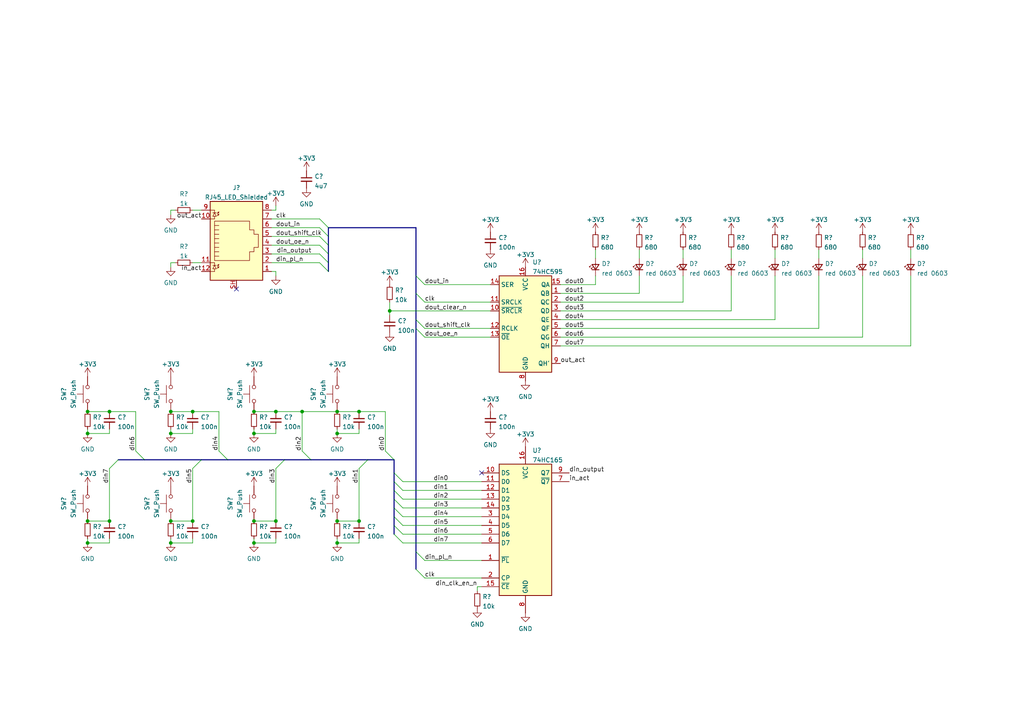
<source format=kicad_sch>
(kicad_sch (version 20211123) (generator eeschema)
  (paper "A4")
  (lib_symbols
    (symbol "74xx:74HC165"
      (property "Reference" "U" (at -7.62 19.05 0))
      (property "Value" "74HC165" (at -7.62 -21.59 0))
      (symbol "74HC165_1_0"
        (pin input line (at -12.7 -10.16 0) (length 5.08) (name "~{PL}") (number "1"))
        (pin input line (at -12.7 15.24 0) (length 5.08) (name "DS") (number "10"))
        (pin input line (at -12.7 12.7 0) (length 5.08) (name "D0") (number "11"))
        (pin input line (at -12.7 10.16 0) (length 5.08) (name "D1") (number "12"))
        (pin input line (at -12.7 7.62 0) (length 5.08) (name "D2") (number "13"))
        (pin input line (at -12.7 5.08 0) (length 5.08) (name "D3") (number "14"))
        (pin input line (at -12.7 -17.78 0) (length 5.08) (name "~{CE}") (number "15"))
        (pin power_in line (at 0 22.86 270) (length 5.08) (name "VCC") (number "16"))
        (pin input line (at -12.7 -15.24 0) (length 5.08) (name "CP") (number "2"))
        (pin input line (at -12.7 2.54 0) (length 5.08) (name "D4") (number "3"))
        (pin input line (at -12.7 0 0) (length 5.08) (name "D5") (number "4"))
        (pin input line (at -12.7 -2.54 0) (length 5.08) (name "D6") (number "5"))
        (pin input line (at -12.7 -5.08 0) (length 5.08) (name "D7") (number "6"))
        (pin output line (at 12.7 12.7 180) (length 5.08) (name "~{Q7}") (number "7"))
        (pin power_in line (at 0 -25.4 90) (length 5.08) (name "GND") (number "8"))
        (pin output line (at 12.7 15.24 180) (length 5.08) (name "Q7") (number "9"))
      )
      (symbol "74HC165_1_1"
        (rectangle (start -7.62 17.78) (end 7.62 -20.32) (stroke (width 0.254)) (fill (type background)))
      )
    )
    (symbol "74xx:74HC595"
      (property "Reference" "U" (at -7.62 13.97 0))
      (property "Value" "74HC595" (at -7.62 -16.51 0))
      (symbol "74HC595_1_0"
        (pin tri_state line (at 10.16 7.62 180) (length 2.54) (name "QB") (number "1"))
        (pin input line (at -10.16 2.54 0) (length 2.54) (name "~{SRCLR}") (number "10"))
        (pin input line (at -10.16 5.08 0) (length 2.54) (name "SRCLK") (number "11"))
        (pin input line (at -10.16 -2.54 0) (length 2.54) (name "RCLK") (number "12"))
        (pin input line (at -10.16 -5.08 0) (length 2.54) (name "~{OE}") (number "13"))
        (pin input line (at -10.16 10.16 0) (length 2.54) (name "SER") (number "14"))
        (pin tri_state line (at 10.16 10.16 180) (length 2.54) (name "QA") (number "15"))
        (pin power_in line (at 0 15.24 270) (length 2.54) (name "VCC") (number "16"))
        (pin tri_state line (at 10.16 5.08 180) (length 2.54) (name "QC") (number "2"))
        (pin tri_state line (at 10.16 2.54 180) (length 2.54) (name "QD") (number "3"))
        (pin tri_state line (at 10.16 0 180) (length 2.54) (name "QE") (number "4"))
        (pin tri_state line (at 10.16 -2.54 180) (length 2.54) (name "QF") (number "5"))
        (pin tri_state line (at 10.16 -5.08 180) (length 2.54) (name "QG") (number "6"))
        (pin tri_state line (at 10.16 -7.62 180) (length 2.54) (name "QH") (number "7"))
        (pin power_in line (at 0 -17.78 90) (length 2.54) (name "GND") (number "8"))
        (pin output line (at 10.16 -12.7 180) (length 2.54) (name "QH'") (number "9"))
      )
      (symbol "74HC595_1_1"
        (rectangle (start -7.62 12.7) (end 7.62 -15.24) (stroke (width 0.254)) (fill (type background)))
      )
    )
    (symbol "Connector:RJ45_LED_Shielded" (pin_names (offset 1.016))
      (property "Reference" "J" (at -5.08 13.97 0))
      (property "Value" "RJ45_LED_Shielded" (at 1.27 13.97 0))
      (symbol "RJ45_LED_Shielded_0_1"
        (polyline (pts (xy -7.62 -7.62) (xy -6.35 -7.62)))
        (polyline (pts (xy -7.62 -5.08) (xy -6.35 -5.08)))
        (polyline (pts (xy -7.62 7.62) (xy -6.35 7.62)))
        (polyline (pts (xy -7.62 10.16) (xy -6.35 10.16)))
        (polyline (pts (xy -6.858 -5.842) (xy -5.842 -5.842)))
        (polyline (pts (xy -6.858 9.398) (xy -5.842 9.398)))
        (polyline (pts (xy -6.35 -7.62) (xy -6.35 -6.858)))
        (polyline (pts (xy -6.35 -5.08) (xy -6.35 -5.842)))
        (polyline (pts (xy -6.35 7.62) (xy -6.35 8.382)))
        (polyline (pts (xy -6.35 10.16) (xy -6.35 9.398)))
        (polyline (pts (xy -5.08 -6.223) (xy -5.207 -6.604)))
        (polyline (pts (xy -5.08 -5.588) (xy -5.207 -5.969)))
        (polyline (pts (xy -5.08 4.445) (xy -6.35 4.445)))
        (polyline (pts (xy -5.08 5.715) (xy -6.35 5.715)))
        (polyline (pts (xy -5.08 9.017) (xy -5.207 8.636)))
        (polyline (pts (xy -5.08 9.652) (xy -5.207 9.271)))
        (polyline (pts (xy -6.35 -3.175) (xy -5.08 -3.175) (xy -5.08 -3.175)))
        (polyline (pts (xy -6.35 -1.905) (xy -5.08 -1.905) (xy -5.08 -1.905)))
        (polyline (pts (xy -6.35 -0.635) (xy -5.08 -0.635) (xy -5.08 -0.635)))
        (polyline (pts (xy -6.35 0.635) (xy -5.08 0.635) (xy -5.08 0.635)))
        (polyline (pts (xy -6.35 1.905) (xy -5.08 1.905) (xy -5.08 1.905)))
        (polyline (pts (xy -5.588 -6.731) (xy -5.08 -6.223) (xy -5.461 -6.35)))
        (polyline (pts (xy -5.588 -6.096) (xy -5.08 -5.588) (xy -5.461 -5.715)))
        (polyline (pts (xy -5.588 8.509) (xy -5.08 9.017) (xy -5.461 8.89)))
        (polyline (pts (xy -5.588 9.144) (xy -5.08 9.652) (xy -5.461 9.525)))
        (polyline (pts (xy -5.08 3.175) (xy -6.35 3.175) (xy -6.35 3.175)))
        (polyline (pts (xy -6.35 -5.842) (xy -6.858 -6.858) (xy -5.842 -6.858) (xy -6.35 -5.842)))
        (polyline (pts (xy -6.35 9.398) (xy -6.858 8.382) (xy -5.842 8.382) (xy -6.35 9.398)))
        (polyline (pts (xy -6.35 -4.445) (xy -6.35 6.985) (xy 3.81 6.985) (xy 3.81 4.445) (xy 5.08 4.445) (xy 5.08 3.175) (xy 6.35 3.175) (xy 6.35 -0.635) (xy 5.08 -0.635) (xy 5.08 -1.905) (xy 3.81 -1.905) (xy 3.81 -4.445) (xy -6.35 -4.445) (xy -6.35 -4.445)))
        (rectangle (start 7.62 12.7) (end -7.62 -10.16) (stroke (width 0.254)) (fill (type background)))
      )
      (symbol "RJ45_LED_Shielded_1_1"
        (pin passive line (at 10.16 -7.62 180) (length 2.54) (name "~") (number "1"))
        (pin passive line (at -10.16 7.62 0) (length 2.54) (name "~") (number "10"))
        (pin passive line (at -10.16 -5.08 0) (length 2.54) (name "~") (number "11"))
        (pin passive line (at -10.16 -7.62 0) (length 2.54) (name "~") (number "12"))
        (pin passive line (at 10.16 -5.08 180) (length 2.54) (name "~") (number "2"))
        (pin passive line (at 10.16 -2.54 180) (length 2.54) (name "~") (number "3"))
        (pin passive line (at 10.16 0 180) (length 2.54) (name "~") (number "4"))
        (pin passive line (at 10.16 2.54 180) (length 2.54) (name "~") (number "5"))
        (pin passive line (at 10.16 5.08 180) (length 2.54) (name "~") (number "6"))
        (pin passive line (at 10.16 7.62 180) (length 2.54) (name "~") (number "7"))
        (pin passive line (at 10.16 10.16 180) (length 2.54) (name "~") (number "8"))
        (pin passive line (at -10.16 10.16 0) (length 2.54) (name "~") (number "9"))
        (pin passive line (at 0 -12.7 90) (length 2.54) (name "~") (number "SH"))
      )
    )
    (symbol "Device:C_Small" (pin_numbers hide) (pin_names (offset 0.254) hide)
      (property "Reference" "C" (at 0.254 1.778 0))
      (property "Value" "C_Small" (at 0.254 -2.032 0))
      (symbol "C_Small_0_1"
        (polyline (pts (xy -1.524 -0.508) (xy 1.524 -0.508)) (stroke (width 0.3302)))
        (polyline (pts (xy -1.524 0.508) (xy 1.524 0.508)) (stroke (width 0.3048)))
      )
      (symbol "C_Small_1_1"
        (pin passive line (at 0 2.54 270) (length 2.032) (name "~") (number "1"))
        (pin passive line (at 0 -2.54 90) (length 2.032) (name "~") (number "2"))
      )
    )
    (symbol "Device:LED_Small" (pin_numbers hide) (pin_names (offset 0.254) hide)
      (property "Reference" "D" (at -1.27 3.175 0))
      (property "Value" "LED_Small" (at -4.445 -2.54 0))
      (symbol "LED_Small_0_1"
        (polyline (pts (xy -0.762 -1.016) (xy -0.762 1.016)) (stroke (width 0.254)))
        (polyline (pts (xy 1.016 0) (xy -0.762 0)))
        (polyline (pts (xy 0.762 -1.016) (xy -0.762 0) (xy 0.762 1.016) (xy 0.762 -1.016)) (stroke (width 0.254)))
        (polyline (pts (xy 0 0.762) (xy -0.508 1.27) (xy -0.254 1.27) (xy -0.508 1.27) (xy -0.508 1.016)))
        (polyline (pts (xy 0.508 1.27) (xy 0 1.778) (xy 0.254 1.778) (xy 0 1.778) (xy 0 1.524)))
      )
      (symbol "LED_Small_1_1"
        (pin passive line (at -2.54 0 0) (length 1.778) (name "K") (number "1"))
        (pin passive line (at 2.54 0 180) (length 1.778) (name "A") (number "2"))
      )
    )
    (symbol "Device:R_Small" (pin_numbers hide) (pin_names (offset 0.254) hide)
      (property "Reference" "R" (at 0.762 0.508 0))
      (property "Value" "R_Small" (at 0.762 -1.016 0))
      (symbol "R_Small_0_1"
        (rectangle (start -0.762 1.778) (end 0.762 -1.778) (stroke (width 0.2032)))
      )
      (symbol "R_Small_1_1"
        (pin passive line (at 0 2.54 270) (length 0.762) (name "~") (number "1"))
        (pin passive line (at 0 -2.54 90) (length 0.762) (name "~") (number "2"))
      )
    )
    (symbol "Switch:SW_Push" (pin_numbers hide) (pin_names (offset 1.016) hide)
      (property "Reference" "SW" (at 1.27 2.54 0))
      (property "Value" "SW_Push" (at 0 -1.524 0))
      (symbol "SW_Push_0_1"
        (circle (center -2.032 0) (radius 0.508))
        (polyline (pts (xy 0 1.27) (xy 0 3.048)))
        (polyline (pts (xy 2.54 1.27) (xy -2.54 1.27)))
        (circle (center 2.032 0) (radius 0.508))
        (pin passive line (at -5.08 0 0) (length 2.54) (name "1") (number "1"))
        (pin passive line (at 5.08 0 180) (length 2.54) (name "2") (number "2"))
      )
    )
    (symbol "power:+3V3" (power) (pin_names (offset 0))
      (property "Value" "+3V3" (at 0 3.556 0))
      (symbol "+3V3_0_1"
        (polyline (pts (xy -0.762 1.27) (xy 0 2.54)))
        (polyline (pts (xy 0 0) (xy 0 2.54)))
        (polyline (pts (xy 0 2.54) (xy 0.762 1.27)))
      )
      (symbol "+3V3_1_1"
        (pin power_in line (at 0 0 90) (length 0) hide (name "+3V3") (number "1"))
      )
    )
    (symbol "power:GND" (power) (pin_names (offset 0))
      (property "Value" "GND" (at 0 -3.81 0))
      (symbol "GND_0_1"
        (polyline (pts (xy 0 0) (xy 0 -1.27) (xy 1.27 -1.27) (xy 0 -2.54) (xy -1.27 -1.27) (xy 0 -1.27)))
      )
      (symbol "GND_1_1"
        (pin power_in line (at 0 0 270) (length 0) hide (name "GND") (number "1"))
      )
    )
  )
  (junction (at 49.53 119.38))
  (junction (at 49.53 151.13))
  (junction (at 80.01 151.13))
  (junction (at 97.79 119.38))
  (junction (at 55.88 151.13))
  (junction (at 73.66 125.73))
  (junction (at 25.4 125.73))
  (junction (at 25.4 157.48))
  (junction (at 104.14 151.13))
  (junction (at 97.79 157.48))
  (junction (at 49.53 125.73))
  (junction (at 31.75 151.13))
  (junction (at 87.63 119.38))
  (junction (at 73.66 119.38))
  (junction (at 55.88 119.38))
  (junction (at 80.01 119.38))
  (junction (at 31.75 119.38))
  (junction (at 25.4 119.38))
  (junction (at 97.79 151.13))
  (junction (at 49.53 157.48))
  (junction (at 25.4 151.13))
  (junction (at 113.03 90.17))
  (junction (at 104.14 119.38))
  (junction (at 97.79 125.73))
  (junction (at 73.66 157.48))
  (junction (at 73.66 151.13))
  (no_connect (at 139.7 137.16))
  (no_connect (at 68.58 83.82))
  (bus_entry (at 120.65 95.25) (size 2.54 2.54))
  (bus_entry (at 120.65 92.71) (size 2.54 2.54))
  (bus_entry (at 120.65 85.09) (size 2.54 2.54))
  (bus_entry (at 120.65 165.1) (size 2.54 2.54))
  (bus_entry (at 92.71 71.12) (size 2.54 2.54))
  (bus_entry (at 92.71 66.04) (size 2.54 2.54))
  (bus_entry (at 120.65 160.02) (size 2.54 2.54))
  (bus_entry (at 92.71 63.5) (size 2.54 2.54))
  (bus_entry (at 39.37 130.81) (size 2.54 2.54))
  (bus_entry (at 31.75 135.89) (size 2.54 -2.54))
  (bus_entry (at 80.01 135.89) (size 2.54 -2.54))
  (bus_entry (at 55.88 135.89) (size 2.54 -2.54))
  (bus_entry (at 104.14 135.89) (size 2.54 -2.54))
  (bus_entry (at 314.96 104.14) (size 2.54 2.54))
  (bus_entry (at 92.71 68.58) (size 2.54 2.54))
  (bus_entry (at 92.71 73.66) (size 2.54 2.54))
  (bus_entry (at 92.71 76.2) (size 2.54 2.54))
  (bus_entry (at 120.65 80.01) (size 2.54 2.54))
  (bus_entry (at 111.76 130.81) (size 2.54 2.54))
  (bus_entry (at 63.5 130.81) (size 2.54 2.54))
  (bus_entry (at 87.63 130.81) (size 2.54 2.54))
  (bus_entry (at 114.3 139.7) (size 2.54 2.54))
  (bus_entry (at 114.3 142.24) (size 2.54 2.54))
  (bus_entry (at 114.3 137.16) (size 2.54 2.54))
  (bus_entry (at 114.3 147.32) (size 2.54 2.54))
  (bus_entry (at 114.3 144.78) (size 2.54 2.54))
  (bus_entry (at 114.3 149.86) (size 2.54 2.54))
  (bus_entry (at 114.3 152.4) (size 2.54 2.54))
  (bus_entry (at 114.3 154.94) (size 2.54 2.54))
  (wire (pts (xy 116.84 152.4) (xy 139.7 152.4)))
  (bus (pts (xy 95.25 73.66) (xy 95.25 76.2)))
  (wire (pts (xy 25.4 125.73) (xy 31.75 125.73)))
  (bus (pts (xy 95.25 71.12) (xy 95.25 73.66)))
  (wire (pts (xy 49.53 124.46) (xy 49.53 125.73)))
  (wire (pts (xy 63.5 119.38) (xy 63.5 130.81)))
  (bus (pts (xy 114.3 149.86) (xy 114.3 147.32)))
  (bus (pts (xy 58.42 133.35) (xy 66.04 133.35)))
  (wire (pts (xy 138.43 171.45) (xy 138.43 170.18)))
  (wire (pts (xy 49.53 151.13) (xy 55.88 151.13)))
  (wire (pts (xy 39.37 119.38) (xy 39.37 130.81)))
  (wire (pts (xy 78.74 68.58) (xy 92.71 68.58)))
  (wire (pts (xy 49.53 76.2) (xy 50.8 76.2)))
  (wire (pts (xy 104.14 156.21) (xy 104.14 157.48)))
  (wire (pts (xy 55.88 156.21) (xy 55.88 157.48)))
  (wire (pts (xy 116.84 154.94) (xy 139.7 154.94)))
  (wire (pts (xy 162.56 100.33) (xy 264.16 100.33)))
  (bus (pts (xy 114.3 139.7) (xy 114.3 137.16)))
  (wire (pts (xy 198.12 87.63) (xy 162.56 87.63)))
  (wire (pts (xy 212.09 90.17) (xy 162.56 90.17)))
  (wire (pts (xy 78.74 63.5) (xy 92.71 63.5)))
  (wire (pts (xy 25.4 156.21) (xy 25.4 157.48)))
  (wire (pts (xy 113.03 90.17) (xy 113.03 91.44)))
  (wire (pts (xy 104.14 135.89) (xy 104.14 151.13)))
  (wire (pts (xy 198.12 72.39) (xy 198.12 74.93)))
  (bus (pts (xy 120.65 160.02) (xy 120.65 165.1)))
  (wire (pts (xy 113.03 90.17) (xy 142.24 90.17)))
  (wire (pts (xy 116.84 144.78) (xy 139.7 144.78)))
  (wire (pts (xy 31.75 135.89) (xy 31.75 151.13)))
  (bus (pts (xy 82.55 133.35) (xy 90.17 133.35)))
  (wire (pts (xy 116.84 139.7) (xy 139.7 139.7)))
  (wire (pts (xy 116.84 147.32) (xy 139.7 147.32)))
  (wire (pts (xy 55.88 124.46) (xy 55.88 125.73)))
  (wire (pts (xy 172.72 80.01) (xy 172.72 82.55)))
  (wire (pts (xy 55.88 60.96) (xy 58.42 60.96)))
  (bus (pts (xy 114.3 137.16) (xy 114.3 133.35)))
  (wire (pts (xy 55.88 76.2) (xy 58.42 76.2)))
  (wire (pts (xy 97.79 124.46) (xy 97.79 125.73)))
  (wire (pts (xy 123.19 167.64) (xy 139.7 167.64)))
  (wire (pts (xy 250.19 80.01) (xy 250.19 97.79)))
  (bus (pts (xy 114.3 142.24) (xy 114.3 139.7)))
  (wire (pts (xy 78.74 78.74) (xy 80.01 78.74)))
  (wire (pts (xy 264.16 80.01) (xy 264.16 100.33)))
  (wire (pts (xy 25.4 124.46) (xy 25.4 125.73)))
  (wire (pts (xy 80.01 59.69) (xy 80.01 60.96)))
  (wire (pts (xy 97.79 119.38) (xy 104.14 119.38)))
  (bus (pts (xy 106.68 133.35) (xy 114.3 133.35)))
  (wire (pts (xy 198.12 80.01) (xy 198.12 87.63)))
  (wire (pts (xy 49.53 60.96) (xy 49.53 62.23)))
  (wire (pts (xy 237.49 80.01) (xy 237.49 95.25)))
  (wire (pts (xy 97.79 157.48) (xy 104.14 157.48)))
  (bus (pts (xy 95.25 76.2) (xy 95.25 78.74)))
  (wire (pts (xy 49.53 125.73) (xy 55.88 125.73)))
  (wire (pts (xy 49.53 156.21) (xy 49.53 157.48)))
  (wire (pts (xy 78.74 73.66) (xy 92.71 73.66)))
  (wire (pts (xy 87.63 119.38) (xy 87.63 130.81)))
  (bus (pts (xy 114.3 154.94) (xy 114.3 152.4)))
  (wire (pts (xy 97.79 125.73) (xy 104.14 125.73)))
  (bus (pts (xy 114.3 152.4) (xy 114.3 149.86)))
  (wire (pts (xy 80.01 156.21) (xy 80.01 157.48)))
  (wire (pts (xy 162.56 95.25) (xy 237.49 95.25)))
  (wire (pts (xy 123.19 82.55) (xy 142.24 82.55)))
  (wire (pts (xy 224.79 72.39) (xy 224.79 74.93)))
  (wire (pts (xy 104.14 124.46) (xy 104.14 125.73)))
  (bus (pts (xy 66.04 133.35) (xy 82.55 133.35)))
  (wire (pts (xy 97.79 156.21) (xy 97.79 157.48)))
  (wire (pts (xy 31.75 156.21) (xy 31.75 157.48)))
  (bus (pts (xy 95.25 68.58) (xy 95.25 71.12)))
  (wire (pts (xy 31.75 124.46) (xy 31.75 125.73)))
  (wire (pts (xy 162.56 82.55) (xy 172.72 82.55)))
  (wire (pts (xy 49.53 60.96) (xy 50.8 60.96)))
  (wire (pts (xy 55.88 119.38) (xy 63.5 119.38)))
  (wire (pts (xy 87.63 119.38) (xy 97.79 119.38)))
  (wire (pts (xy 49.53 77.47) (xy 49.53 76.2)))
  (wire (pts (xy 113.03 87.63) (xy 113.03 90.17)))
  (wire (pts (xy 212.09 72.39) (xy 212.09 74.93)))
  (wire (pts (xy 49.53 157.48) (xy 55.88 157.48)))
  (wire (pts (xy 78.74 66.04) (xy 92.71 66.04)))
  (wire (pts (xy 212.09 80.01) (xy 212.09 90.17)))
  (bus (pts (xy 120.65 85.09) (xy 120.65 92.71)))
  (wire (pts (xy 123.19 95.25) (xy 142.24 95.25)))
  (wire (pts (xy 97.79 151.13) (xy 104.14 151.13)))
  (wire (pts (xy 73.66 124.46) (xy 73.66 125.73)))
  (wire (pts (xy 80.01 135.89) (xy 80.01 151.13)))
  (wire (pts (xy 104.14 119.38) (xy 111.76 119.38)))
  (wire (pts (xy 55.88 135.89) (xy 55.88 151.13)))
  (bus (pts (xy 34.29 133.35) (xy 41.91 133.35)))
  (wire (pts (xy 73.66 119.38) (xy 80.01 119.38)))
  (wire (pts (xy 78.74 71.12) (xy 92.71 71.12)))
  (wire (pts (xy 73.66 125.73) (xy 80.01 125.73)))
  (wire (pts (xy 78.74 76.2) (xy 92.71 76.2)))
  (bus (pts (xy 114.3 144.78) (xy 114.3 142.24)))
  (wire (pts (xy 162.56 85.09) (xy 185.42 85.09)))
  (wire (pts (xy 80.01 78.74) (xy 80.01 80.01)))
  (wire (pts (xy 73.66 157.48) (xy 80.01 157.48)))
  (wire (pts (xy 25.4 157.48) (xy 31.75 157.48)))
  (bus (pts (xy 120.65 80.01) (xy 120.65 85.09)))
  (bus (pts (xy 120.65 95.25) (xy 120.65 160.02)))
  (bus (pts (xy 120.65 66.04) (xy 95.25 66.04)))
  (wire (pts (xy 185.42 72.39) (xy 185.42 74.93)))
  (wire (pts (xy 123.19 162.56) (xy 139.7 162.56)))
  (wire (pts (xy 80.01 119.38) (xy 87.63 119.38)))
  (bus (pts (xy 120.65 92.71) (xy 120.65 95.25)))
  (wire (pts (xy 31.75 119.38) (xy 39.37 119.38)))
  (wire (pts (xy 25.4 151.13) (xy 31.75 151.13)))
  (wire (pts (xy 172.72 72.39) (xy 172.72 74.93)))
  (bus (pts (xy 120.65 66.04) (xy 120.65 80.01)))
  (wire (pts (xy 123.19 97.79) (xy 142.24 97.79)))
  (wire (pts (xy 250.19 72.39) (xy 250.19 74.93)))
  (bus (pts (xy 90.17 133.35) (xy 106.68 133.35)))
  (wire (pts (xy 116.84 157.48) (xy 139.7 157.48)))
  (wire (pts (xy 237.49 72.39) (xy 237.49 74.93)))
  (bus (pts (xy 41.91 133.35) (xy 58.42 133.35)))
  (wire (pts (xy 116.84 149.86) (xy 139.7 149.86)))
  (wire (pts (xy 162.56 97.79) (xy 250.19 97.79)))
  (bus (pts (xy 95.25 66.04) (xy 95.25 68.58)))
  (wire (pts (xy 80.01 124.46) (xy 80.01 125.73)))
  (wire (pts (xy 162.56 92.71) (xy 224.79 92.71)))
  (wire (pts (xy 116.84 142.24) (xy 139.7 142.24)))
  (wire (pts (xy 111.76 119.38) (xy 111.76 130.81)))
  (wire (pts (xy 73.66 156.21) (xy 73.66 157.48)))
  (wire (pts (xy 264.16 72.39) (xy 264.16 74.93)))
  (wire (pts (xy 49.53 119.38) (xy 55.88 119.38)))
  (wire (pts (xy 224.79 80.01) (xy 224.79 92.71)))
  (wire (pts (xy 80.01 60.96) (xy 78.74 60.96)))
  (wire (pts (xy 185.42 80.01) (xy 185.42 85.09)))
  (wire (pts (xy 73.66 151.13) (xy 80.01 151.13)))
  (bus (pts (xy 114.3 147.32) (xy 114.3 144.78)))
  (wire (pts (xy 123.19 87.63) (xy 142.24 87.63)))
  (wire (pts (xy 25.4 119.38) (xy 31.75 119.38)))
  (wire (pts (xy 138.43 170.18) (xy 139.7 170.18)))
  (label "dout_in" (at 80.01 66.04 0))
  (label "dout_oe_n" (at 80.01 71.12 0))
  (label "clk" (at 123.19 167.64 0))
  (label "din7" (at 125.73 157.48 0))
  (label "din2" (at 87.63 130.81 90))
  (label "out_act" (at 162.56 105.41 0))
  (label "dout4" (at 163.83 92.71 0))
  (label "din0" (at 125.73 139.7 0))
  (label "din_pl_n" (at 80.01 76.2 0))
  (label "din_pl_n" (at 123.19 162.56 0))
  (label "din7" (at 31.75 135.89 270))
  (label "din6" (at 125.73 154.94 0))
  (label "din2" (at 125.73 144.78 0))
  (label "out_act" (at 58.42 63.5 180))
  (label "din5" (at 55.88 135.89 270))
  (label "dout7" (at 163.83 100.33 0))
  (label "dout1" (at 163.83 85.09 0))
  (label "din_output" (at 80.2393 73.66 0))
  (label "dout_in" (at 123.19 82.55 0))
  (label "din3" (at 80.01 135.89 270))
  (label "din3" (at 125.73 147.32 0))
  (label "din_output" (at 165.1 137.16 0))
  (label "din6" (at 39.37 130.81 90))
  (label "dout3" (at 163.83 90.17 0))
  (label "clk" (at 80.01 63.5 0))
  (label "dout5" (at 163.83 95.25 0))
  (label "din0" (at 111.76 130.81 90))
  (label "clk" (at 123.19 87.63 0))
  (label "din1" (at 125.73 142.24 0))
  (label "in_act" (at 165.1 139.7 0))
  (label "din_clk_en_n" (at 138.43 170.18 180))
  (label "din5" (at 125.73 152.4 0))
  (label "dout0" (at 163.83 82.55 0))
  (label "din4" (at 63.5 130.7244 90))
  (label "din4" (at 125.73 149.86 0))
  (label "din1" (at 104.14 135.89 270))
  (label "dout_clear_n" (at 123.19 90.17 0))
  (label "dout_shift_clk" (at 80.01 68.58 0))
  (label "dout_oe_n" (at 123.19 97.79 0))
  (label "dout6" (at 163.83 97.79 0))
  (label "in_act" (at 58.42 78.74 180))
  (label "dout_shift_clk" (at 123.19 95.25 0))
  (label "dout2" (at 163.83 87.63 0))
  (symbol (lib_id "Device:R_Small") (at 172.72 69.85 0) (unit 1)
    (property "Reference" "R?" (at 174.2186 68.9415 0) (effects (justify left)))
    (property "Value" "680" (at 174.2186 71.7166 0) (effects (justify left)))
  )
  (symbol (lib_id "74xx:74HC595") (at 152.4 92.71 0) (unit 1)
    (property "Reference" "U?" (at 154.4194 76.0435 0) (effects (justify left)))
    (property "Value" "74HC595" (at 154.4194 78.8186 0) (effects (justify left)))
    (property "Datasheet" "http://www.ti.com/lit/ds/symlink/sn74hc595.pdf" (effects hide))
  )
  (symbol (lib_id "power:GND") (at 88.9 54.61 0) (unit 1)
    (property "Reference" "#PWR?" (effects hide))
    (property "Value" "GND" (at 88.9 59.1725 0))
  )
  (symbol (lib_id "power:GND") (at 138.43 176.53 0) (unit 1)
    (property "Reference" "#PWR?" (effects hide))
    (property "Value" "GND" (at 138.43 181.0925 0))
  )
  (symbol (lib_id "Device:C_Small") (at 88.9 52.07 0) (unit 1)
    (property "Reference" "C?" (at 91.2241 51.1678 0) (effects (justify left)))
    (property "Value" "4u7" (at 91.2241 53.9429 0) (effects (justify left)))
  )
  (symbol (lib_id "Device:C_Small") (at 31.75 121.92 0) (unit 1)
    (property "Reference" "C?" (at 34.0741 121.0178 0) (effects (justify left)))
    (property "Value" "100n" (at 34.0741 123.7929 0) (effects (justify left)))
  )
  (symbol (lib_id "Device:C_Small") (at 31.75 153.67 0) (unit 1)
    (property "Reference" "C?" (at 34.0741 152.7678 0) (effects (justify left)))
    (property "Value" "100n" (at 34.0741 155.5429 0) (effects (justify left)))
  )
  (symbol (lib_id "Device:LED_Small") (at 237.49 77.47 90) (unit 1)
    (property "Reference" "D?" (at 239.268 76.498 90) (effects (justify right)))
    (property "Value" "red 0603" (at 239.268 79.2731 90) (effects (justify right)))
  )
  (symbol (lib_id "Device:R_Small") (at 237.49 69.85 0) (unit 1)
    (property "Reference" "R?" (at 238.9886 68.9415 0) (effects (justify left)))
    (property "Value" "680" (at 238.9886 71.7166 0) (effects (justify left)))
  )
  (symbol (lib_id "Device:LED_Small") (at 198.12 77.47 90) (unit 1)
    (property "Reference" "D?" (at 199.898 76.498 90) (effects (justify right)))
    (property "Value" "red 0603" (at 199.898 79.2731 90) (effects (justify right)))
  )
  (symbol (lib_id "power:GND") (at 25.4 125.73 0) (unit 1)
    (property "Reference" "#PWR?" (effects hide))
    (property "Value" "GND" (at 25.4 130.2925 0))
  )
  (symbol (lib_id "power:+3V3") (at 250.19 67.31 0) (unit 1)
    (property "Reference" "#PWR?" (effects hide))
    (property "Value" "+3V3" (at 250.19 63.7055 0))
  )
  (symbol (lib_id "power:+3V3") (at 142.24 119.38 0) (unit 1)
    (property "Reference" "#PWR?" (effects hide))
    (property "Value" "+3V3" (at 142.24 115.7755 0))
  )
  (symbol (lib_id "power:+3V3") (at 73.66 140.97 0) (unit 1)
    (property "Reference" "#PWR?" (effects hide))
    (property "Value" "+3V3" (at 73.66 137.3655 0))
  )
  (symbol (lib_id "Device:C_Small") (at 142.24 121.92 0) (unit 1)
    (property "Reference" "C?" (at 144.5641 121.0178 0) (effects (justify left)))
    (property "Value" "100n" (at 144.5641 123.7929 0) (effects (justify left)))
  )
  (symbol (lib_id "power:GND") (at 97.79 157.48 0) (unit 1)
    (property "Reference" "#PWR?" (effects hide))
    (property "Value" "GND" (at 97.79 162.0425 0))
  )
  (symbol (lib_id "Device:C_Small") (at 142.24 69.85 0) (unit 1)
    (property "Reference" "C?" (at 144.5641 68.9478 0) (effects (justify left)))
    (property "Value" "100n" (at 144.5641 71.7229 0) (effects (justify left)))
  )
  (symbol (lib_id "Device:R_Small") (at 250.19 69.85 0) (unit 1)
    (property "Reference" "R?" (at 251.6886 68.9415 0) (effects (justify left)))
    (property "Value" "680" (at 251.6886 71.7166 0) (effects (justify left)))
  )
  (symbol (lib_id "Device:R_Small") (at 224.79 69.85 0) (unit 1)
    (property "Reference" "R?" (at 226.2886 68.9415 0) (effects (justify left)))
    (property "Value" "680" (at 226.2886 71.7166 0) (effects (justify left)))
  )
  (symbol (lib_id "Device:C_Small") (at 80.01 153.67 0) (unit 1)
    (property "Reference" "C?" (at 82.3341 152.7678 0) (effects (justify left)))
    (property "Value" "100n" (at 82.3341 155.5429 0) (effects (justify left)))
  )
  (symbol (lib_id "Device:LED_Small") (at 264.16 77.47 90) (unit 1)
    (property "Reference" "D?" (at 265.938 76.498 90) (effects (justify right)))
    (property "Value" "red 0603" (at 265.938 79.2731 90) (effects (justify right)))
  )
  (symbol (lib_id "power:+3V3") (at 152.4 77.47 0) (unit 1)
    (property "Reference" "#PWR?" (effects hide))
    (property "Value" "+3V3" (at 152.4 73.8655 0))
  )
  (symbol (lib_id "power:GND") (at 80.01 80.01 0) (unit 1)
    (property "Reference" "#PWR?" (effects hide))
    (property "Value" "GND" (at 80.01 84.5725 0))
  )
  (symbol (lib_id "Device:R_Small") (at 73.66 121.92 0) (unit 1)
    (property "Reference" "R?" (at 75.1586 121.0115 0) (effects (justify left)))
    (property "Value" "10k" (at 75.1586 123.7866 0) (effects (justify left)))
  )
  (symbol (lib_id "Device:C_Small") (at 113.03 93.98 0) (unit 1)
    (property "Reference" "C?" (at 115.3541 93.0778 0) (effects (justify left)))
    (property "Value" "100n" (at 115.3541 95.8529 0) (effects (justify left)))
  )
  (symbol (lib_id "power:+3V3") (at 185.42 67.31 0) (unit 1)
    (property "Reference" "#PWR?" (effects hide))
    (property "Value" "+3V3" (at 185.42 63.7055 0))
  )
  (symbol (lib_id "power:GND") (at 49.53 77.47 0) (unit 1)
    (property "Reference" "#PWR?" (effects hide))
    (property "Value" "GND" (at 49.53 82.0325 0))
  )
  (symbol (lib_id "Device:R_Small") (at 113.03 85.09 180) (unit 1)
    (property "Reference" "R?" (at 114.5286 84.1815 0) (effects (justify right)))
    (property "Value" "10k" (at 114.5286 86.9566 0) (effects (justify right)))
  )
  (symbol (lib_id "Device:LED_Small") (at 250.19 77.47 90) (unit 1)
    (property "Reference" "D?" (at 251.968 76.498 90) (effects (justify right)))
    (property "Value" "red 0603" (at 251.968 79.2731 90) (effects (justify right)))
  )
  (symbol (lib_id "Device:R_Small") (at 138.43 173.99 180) (unit 1)
    (property "Reference" "R?" (at 139.9286 173.0815 0) (effects (justify right)))
    (property "Value" "10k" (at 139.9286 175.8566 0) (effects (justify right)))
  )
  (symbol (lib_id "Device:R_Small") (at 198.12 69.85 0) (unit 1)
    (property "Reference" "R?" (at 199.6186 68.9415 0) (effects (justify left)))
    (property "Value" "680" (at 199.6186 71.7166 0) (effects (justify left)))
  )
  (symbol (lib_id "power:+3V3") (at 49.53 109.22 0) (unit 1)
    (property "Reference" "#PWR?" (effects hide))
    (property "Value" "+3V3" (at 49.53 105.6155 0))
  )
  (symbol (lib_id "Device:R_Small") (at 25.4 121.92 0) (unit 1)
    (property "Reference" "R?" (at 26.8986 121.0115 0) (effects (justify left)))
    (property "Value" "10k" (at 26.8986 123.7866 0) (effects (justify left)))
  )
  (symbol (lib_id "power:+3V3") (at 264.16 67.31 0) (unit 1)
    (property "Reference" "#PWR?" (effects hide))
    (property "Value" "+3V3" (at 264.16 63.7055 0))
  )
  (symbol (lib_id "power:+3V3") (at 224.79 67.31 0) (unit 1)
    (property "Reference" "#PWR?" (effects hide))
    (property "Value" "+3V3" (at 224.79 63.7055 0))
  )
  (symbol (lib_id "power:+3V3") (at 97.79 140.97 0) (unit 1)
    (property "Reference" "#PWR?" (effects hide))
    (property "Value" "+3V3" (at 97.79 137.3655 0))
  )
  (symbol (lib_id "power:+3V3") (at 73.66 109.22 0) (unit 1)
    (property "Reference" "#PWR?" (effects hide))
    (property "Value" "+3V3" (at 73.66 105.6155 0))
  )
  (symbol (lib_id "power:+3V3") (at 97.79 109.22 0) (unit 1)
    (property "Reference" "#PWR?" (effects hide))
    (property "Value" "+3V3" (at 97.79 105.6155 0))
  )
  (symbol (lib_id "power:+3V3") (at 237.49 67.31 0) (unit 1)
    (property "Reference" "#PWR?" (effects hide))
    (property "Value" "+3V3" (at 237.49 63.7055 0))
  )
  (symbol (lib_id "Device:LED_Small") (at 172.72 77.47 90) (unit 1)
    (property "Reference" "D?" (at 174.498 76.498 90) (effects (justify right)))
    (property "Value" "red 0603" (at 174.498 79.2731 90) (effects (justify right)))
  )
  (symbol (lib_id "Device:C_Small") (at 55.88 121.92 0) (unit 1)
    (property "Reference" "C?" (at 58.2041 121.0178 0) (effects (justify left)))
    (property "Value" "100n" (at 58.2041 123.7929 0) (effects (justify left)))
  )
  (symbol (lib_id "power:+3V3") (at 25.4 140.97 0) (unit 1)
    (property "Reference" "#PWR?" (effects hide))
    (property "Value" "+3V3" (at 25.4 137.3655 0))
  )
  (symbol (lib_id "Device:R_Small") (at 97.79 121.92 0) (unit 1)
    (property "Reference" "R?" (at 99.2886 121.0115 0) (effects (justify left)))
    (property "Value" "10k" (at 99.2886 123.7866 0) (effects (justify left)))
  )
  (symbol (lib_id "74xx:74HC165") (at 152.4 152.4 0) (unit 1)
    (property "Reference" "U?" (at 154.4194 130.6535 0) (effects (justify left)))
    (property "Value" "74HC165" (at 154.4194 133.4286 0) (effects (justify left)))
    (property "Datasheet" "https://assets.nexperia.com/documents/data-sheet/74HC_HCT165.pdf" (effects hide))
  )
  (symbol (lib_id "Device:R_Small") (at 49.53 153.67 0) (unit 1)
    (property "Reference" "R?" (at 51.0286 152.7615 0) (effects (justify left)))
    (property "Value" "10k" (at 51.0286 155.5366 0) (effects (justify left)))
  )
  (symbol (lib_id "power:+3V3") (at 25.4 109.22 0) (unit 1)
    (property "Reference" "#PWR?" (effects hide))
    (property "Value" "+3V3" (at 25.4 105.6155 0))
  )
  (symbol (lib_id "Device:C_Small") (at 104.14 153.67 0) (unit 1)
    (property "Reference" "C?" (at 106.4641 152.7678 0) (effects (justify left)))
    (property "Value" "100n" (at 106.4641 155.5429 0) (effects (justify left)))
  )
  (symbol (lib_id "power:GND") (at 113.03 96.52 0) (unit 1)
    (property "Reference" "#PWR?" (effects hide))
    (property "Value" "GND" (at 113.03 101.0825 0))
  )
  (symbol (lib_id "Device:R_Small") (at 264.16 69.85 0) (unit 1)
    (property "Reference" "R?" (at 265.6586 68.9415 0) (effects (justify left)))
    (property "Value" "680" (at 265.6586 71.7166 0) (effects (justify left)))
  )
  (symbol (lib_id "power:+3V3") (at 49.53 140.97 0) (unit 1)
    (property "Reference" "#PWR?" (effects hide))
    (property "Value" "+3V3" (at 49.53 137.3655 0))
  )
  (symbol (lib_id "power:+3V3") (at 142.24 67.31 0) (unit 1)
    (property "Reference" "#PWR?" (effects hide))
    (property "Value" "+3V3" (at 142.24 63.7055 0))
  )
  (symbol (lib_id "Switch:SW_Push") (at 49.53 114.3 90) (unit 1)
    (property "Reference" "SW?" (at 42.6425 114.3 0))
    (property "Value" "SW_Push" (at 45.4176 114.3 0))
  )
  (symbol (lib_id "power:+3V3") (at 113.03 82.55 0) (unit 1)
    (property "Reference" "#PWR?" (effects hide))
    (property "Value" "+3V3" (at 113.03 78.9455 0))
  )
  (symbol (lib_id "Device:R_Small") (at 212.09 69.85 0) (unit 1)
    (property "Reference" "R?" (at 213.5886 68.9415 0) (effects (justify left)))
    (property "Value" "680" (at 213.5886 71.7166 0) (effects (justify left)))
  )
  (symbol (lib_id "power:GND") (at 142.24 72.39 0) (unit 1)
    (property "Reference" "#PWR?" (effects hide))
    (property "Value" "GND" (at 142.24 76.9525 0))
  )
  (symbol (lib_id "power:GND") (at 142.24 124.46 0) (unit 1)
    (property "Reference" "#PWR?" (effects hide))
    (property "Value" "GND" (at 142.24 129.0225 0))
  )
  (symbol (lib_id "Device:R_Small") (at 73.66 153.67 0) (unit 1)
    (property "Reference" "R?" (at 75.1586 152.7615 0) (effects (justify left)))
    (property "Value" "10k" (at 75.1586 155.5366 0) (effects (justify left)))
  )
  (symbol (lib_id "Device:R_Small") (at 53.34 60.96 90) (unit 1)
    (property "Reference" "R?" (at 53.34 56.2569 90))
    (property "Value" "1k" (at 53.34 59.032 90))
  )
  (symbol (lib_id "power:GND") (at 97.79 125.73 0) (unit 1)
    (property "Reference" "#PWR?" (effects hide))
    (property "Value" "GND" (at 97.79 130.2925 0))
  )
  (symbol (lib_id "power:+3V3") (at 198.12 67.31 0) (unit 1)
    (property "Reference" "#PWR?" (effects hide))
    (property "Value" "+3V3" (at 198.12 63.7055 0))
  )
  (symbol (lib_id "Device:R_Small") (at 25.4 153.67 0) (unit 1)
    (property "Reference" "R?" (at 26.8986 152.7615 0) (effects (justify left)))
    (property "Value" "10k" (at 26.8986 155.5366 0) (effects (justify left)))
  )
  (symbol (lib_id "Device:R_Small") (at 53.34 76.2 90) (unit 1)
    (property "Reference" "R?" (at 53.34 71.4969 90))
    (property "Value" "1k" (at 53.34 74.272 90))
  )
  (symbol (lib_id "Switch:SW_Push") (at 73.66 114.3 90) (unit 1)
    (property "Reference" "SW?" (at 66.7725 114.3 0))
    (property "Value" "SW_Push" (at 69.5476 114.3 0))
  )
  (symbol (lib_id "Device:LED_Small") (at 212.09 77.47 90) (unit 1)
    (property "Reference" "D?" (at 213.868 76.498 90) (effects (justify right)))
    (property "Value" "red 0603" (at 213.868 79.2731 90) (effects (justify right)))
  )
  (symbol (lib_id "power:+3V3") (at 80.01 59.69 0) (unit 1)
    (property "Reference" "#PWR?" (effects hide))
    (property "Value" "+3V3" (at 80.01 56.0855 0))
  )
  (symbol (lib_id "power:GND") (at 152.4 177.8 0) (unit 1)
    (property "Reference" "#PWR?" (effects hide))
    (property "Value" "GND" (at 152.4 182.3625 0))
  )
  (symbol (lib_id "Switch:SW_Push") (at 25.4 146.05 90) (unit 1)
    (property "Reference" "SW?" (at 18.5125 146.05 0))
    (property "Value" "SW_Push" (at 21.2876 146.05 0))
  )
  (symbol (lib_id "power:GND") (at 49.53 157.48 0) (unit 1)
    (property "Reference" "#PWR?" (effects hide))
    (property "Value" "GND" (at 49.53 162.0425 0))
  )
  (symbol (lib_id "Switch:SW_Push") (at 97.79 146.05 90) (unit 1)
    (property "Reference" "SW?" (at 90.9025 146.05 0))
    (property "Value" "SW_Push" (at 93.6776 146.05 0))
  )
  (symbol (lib_id "power:GND") (at 73.66 157.48 0) (unit 1)
    (property "Reference" "#PWR?" (effects hide))
    (property "Value" "GND" (at 73.66 162.0425 0))
  )
  (symbol (lib_id "Device:C_Small") (at 104.14 121.92 0) (unit 1)
    (property "Reference" "C?" (at 106.4641 121.0178 0) (effects (justify left)))
    (property "Value" "100n" (at 106.4641 123.7929 0) (effects (justify left)))
  )
  (symbol (lib_id "Device:C_Small") (at 80.01 121.92 0) (unit 1)
    (property "Reference" "C?" (at 82.3341 121.0178 0) (effects (justify left)))
    (property "Value" "100n" (at 82.3341 123.7929 0) (effects (justify left)))
  )
  (symbol (lib_id "Device:R_Small") (at 97.79 153.67 0) (unit 1)
    (property "Reference" "R?" (at 99.2886 152.7615 0) (effects (justify left)))
    (property "Value" "10k" (at 99.2886 155.5366 0) (effects (justify left)))
  )
  (symbol (lib_id "power:GND") (at 25.4 157.48 0) (unit 1)
    (property "Reference" "#PWR?" (effects hide))
    (property "Value" "GND" (at 25.4 162.0425 0))
  )
  (symbol (lib_id "power:GND") (at 73.66 125.73 0) (unit 1)
    (property "Reference" "#PWR?" (effects hide))
    (property "Value" "GND" (at 73.66 130.2925 0))
  )
  (symbol (lib_id "Device:R_Small") (at 49.53 121.92 0) (unit 1)
    (property "Reference" "R?" (at 51.0286 121.0115 0) (effects (justify left)))
    (property "Value" "10k" (at 51.0286 123.7866 0) (effects (justify left)))
  )
  (symbol (lib_id "Switch:SW_Push") (at 49.53 146.05 90) (unit 1)
    (property "Reference" "SW?" (at 42.6425 146.05 0))
    (property "Value" "SW_Push" (at 45.4176 146.05 0))
  )
  (symbol (lib_id "Switch:SW_Push") (at 97.79 114.3 90) (unit 1)
    (property "Reference" "SW?" (at 90.9025 114.3 0))
    (property "Value" "SW_Push" (at 93.6776 114.3 0))
  )
  (symbol (lib_id "Switch:SW_Push") (at 73.66 146.05 90) (unit 1)
    (property "Reference" "SW?" (at 66.7725 146.05 0))
    (property "Value" "SW_Push" (at 69.5476 146.05 0))
  )
  (symbol (lib_id "power:+3V3") (at 172.72 67.31 0) (unit 1)
    (property "Reference" "#PWR?" (effects hide))
    (property "Value" "+3V3" (at 172.72 63.7055 0))
  )
  (symbol (lib_id "power:GND") (at 49.53 125.73 0) (unit 1)
    (property "Reference" "#PWR?" (effects hide))
    (property "Value" "GND" (at 49.53 130.2925 0))
  )
  (symbol (lib_id "Device:LED_Small") (at 185.42 77.47 90) (unit 1)
    (property "Reference" "D?" (at 187.198 76.498 90) (effects (justify right)))
    (property "Value" "red 0603" (at 187.198 79.2731 90) (effects (justify right)))
  )
  (symbol (lib_id "power:+3V3") (at 212.09 67.31 0) (unit 1)
    (property "Reference" "#PWR?" (effects hide))
    (property "Value" "+3V3" (at 212.09 63.7055 0))
  )
  (symbol (lib_id "Device:C_Small") (at 55.88 153.67 0) (unit 1)
    (property "Reference" "C?" (at 58.2041 152.7678 0) (effects (justify left)))
    (property "Value" "100n" (at 58.2041 155.5429 0) (effects (justify left)))
  )
  (symbol (lib_id "Device:LED_Small") (at 224.79 77.47 90) (unit 1)
    (property "Reference" "D?" (at 226.568 76.498 90) (effects (justify right)))
    (property "Value" "red 0603" (at 226.568 79.2731 90) (effects (justify right)))
  )
  (symbol (lib_id "power:GND") (at 49.53 62.23 0) (unit 1)
    (property "Reference" "#PWR?" (effects hide))
    (property "Value" "GND" (at 49.53 66.7925 0))
  )
  (symbol (lib_id "Device:R_Small") (at 185.42 69.85 0) (unit 1)
    (property "Reference" "R?" (at 186.9186 68.9415 0) (effects (justify left)))
    (property "Value" "680" (at 186.9186 71.7166 0) (effects (justify left)))
  )
  (symbol (lib_id "Switch:SW_Push") (at 25.4 114.3 90) (unit 1)
    (property "Reference" "SW?" (at 18.5125 114.3 0))
    (property "Value" "SW_Push" (at 21.2876 114.3 0))
  )
  (symbol (lib_id "power:+3V3") (at 152.4 129.54 0) (unit 1)
    (property "Reference" "#PWR?" (effects hide))
    (property "Value" "+3V3" (at 152.4 125.9355 0))
  )
  (symbol (lib_id "Connector:RJ45_LED_Shielded") (at 68.58 71.12 0) (unit 1)
    (property "Reference" "J?" (at 68.58 54.4535 0))
    (property "Value" "RJ45_LED_Shielded" (at 68.58 57.2286 0))
  )
  (symbol (lib_id "power:GND") (at 152.4 110.49 0) (unit 1)
    (property "Reference" "#PWR?" (effects hide))
    (property "Value" "GND" (at 152.4 115.0525 0))
  )
  (symbol (lib_id "power:+3V3") (at 88.9 49.53 0) (unit 1)
    (property "Reference" "#PWR?" (effects hide))
    (property "Value" "+3V3" (at 88.9 45.9255 0))
  )
)
</source>
